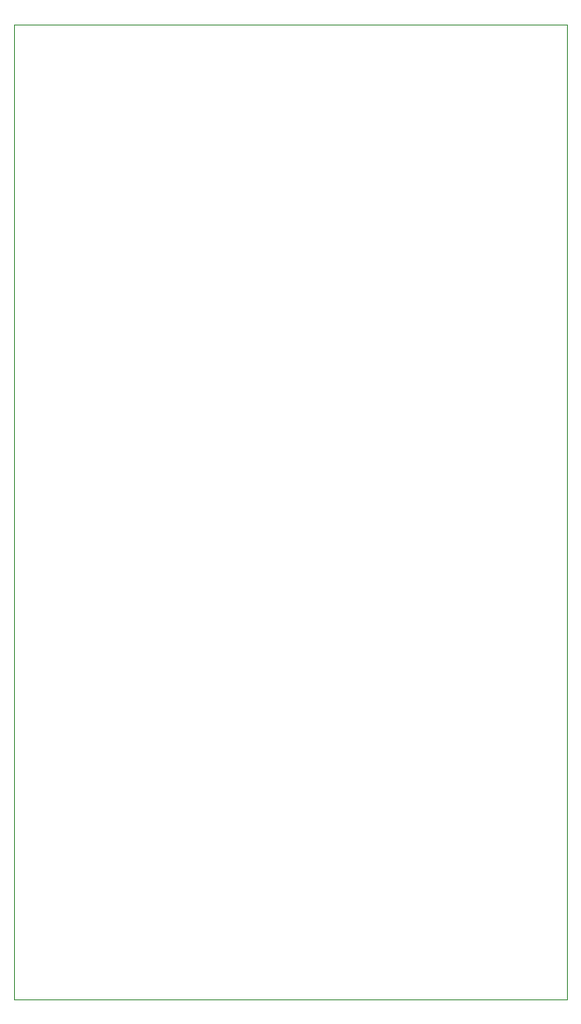
<source format=gbr>
%TF.GenerationSoftware,KiCad,Pcbnew,(5.1.10)-1*%
%TF.CreationDate,2021-11-04T12:05:46-05:00*%
%TF.ProjectId,SR Design1,53522044-6573-4696-976e-312e6b696361,rev?*%
%TF.SameCoordinates,Original*%
%TF.FileFunction,Profile,NP*%
%FSLAX46Y46*%
G04 Gerber Fmt 4.6, Leading zero omitted, Abs format (unit mm)*
G04 Created by KiCad (PCBNEW (5.1.10)-1) date 2021-11-04 12:05:46*
%MOMM*%
%LPD*%
G01*
G04 APERTURE LIST*
%TA.AperFunction,Profile*%
%ADD10C,0.050000*%
%TD*%
G04 APERTURE END LIST*
D10*
X143510000Y-158750000D02*
X143510000Y-157480000D01*
X109220000Y-158750000D02*
X143510000Y-158750000D01*
X90170000Y-158750000D02*
X90170000Y-157480000D01*
X109220000Y-158750000D02*
X90170000Y-158750000D01*
X143510000Y-64770000D02*
X143510000Y-157480000D01*
X90170000Y-64770000D02*
X143510000Y-64770000D01*
X90170000Y-130810000D02*
X90170000Y-64770000D01*
X90170000Y-130810000D02*
X90170000Y-157480000D01*
M02*

</source>
